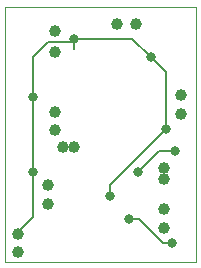
<source format=gbl>
G75*
%MOIN*%
%OFA0B0*%
%FSLAX24Y24*%
%IPPOS*%
%LPD*%
%AMOC8*
5,1,8,0,0,1.08239X$1,22.5*
%
%ADD10C,0.0000*%
%ADD11C,0.0397*%
%ADD12C,0.0060*%
%ADD13C,0.0317*%
D10*
X002392Y002642D02*
X002392Y011142D01*
X008767Y011142D01*
X008767Y002642D01*
X002392Y002642D01*
D11*
X002829Y002954D03*
X002829Y003579D03*
X003829Y004579D03*
X003829Y005204D03*
X004329Y006454D03*
X004704Y006454D03*
X004079Y007017D03*
X004079Y007642D03*
X004079Y009642D03*
X004079Y010329D03*
X006142Y010579D03*
X006767Y010579D03*
X008267Y008204D03*
X008267Y007579D03*
X007704Y005767D03*
X007704Y005392D03*
X007704Y004392D03*
X007704Y003767D03*
D12*
X007666Y003267D02*
X006853Y004079D01*
X006517Y004079D01*
X005892Y004829D02*
X005892Y005204D01*
X007767Y007079D01*
X007767Y008954D01*
X007267Y009454D01*
X006642Y010079D01*
X004704Y010079D01*
X004579Y009954D01*
X003829Y009954D01*
X003329Y009454D01*
X003329Y008142D01*
X003329Y005642D01*
X003329Y004142D01*
X002829Y003642D01*
X002829Y003579D01*
X006829Y005642D02*
X007517Y006329D01*
X008079Y006329D01*
X007954Y003267D02*
X007666Y003267D01*
X004704Y009728D02*
X004704Y010079D01*
D13*
X004704Y010079D03*
X003329Y008142D03*
X003329Y005642D03*
X005892Y004829D03*
X006517Y004079D03*
X006829Y005642D03*
X008079Y006329D03*
X007767Y007079D03*
X007267Y009454D03*
X007954Y003267D03*
M02*

</source>
